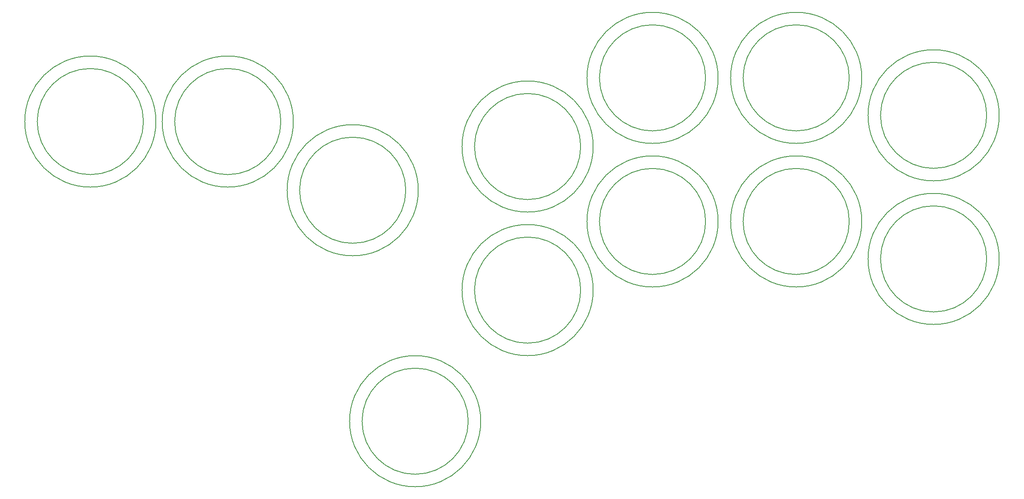
<source format=gbr>
%TF.GenerationSoftware,KiCad,Pcbnew,(6.0.4)*%
%TF.CreationDate,2022-06-27T13:40:26+01:00*%
%TF.ProjectId,MiniFighter Lite,4d696e69-4669-4676-9874-6572204c6974,rev?*%
%TF.SameCoordinates,Original*%
%TF.FileFunction,OtherDrawing,Comment*%
%FSLAX46Y46*%
G04 Gerber Fmt 4.6, Leading zero omitted, Abs format (unit mm)*
G04 Created by KiCad (PCBNEW (6.0.4)) date 2022-06-27 13:40:26*
%MOMM*%
%LPD*%
G01*
G04 APERTURE LIST*
%ADD10C,0.150000*%
G04 APERTURE END LIST*
D10*
X186055000Y-101600000D02*
G75*
G03*
X186055000Y-101600000I-13335000J0D01*
G01*
X329565000Y-129540000D02*
G75*
G03*
X329565000Y-129540000I-13335000J0D01*
G01*
X299085000Y-121920000D02*
G75*
G03*
X299085000Y-121920000I-10795000J0D01*
G01*
X327025000Y-129540000D02*
G75*
G03*
X327025000Y-129540000I-10795000J0D01*
G01*
X247015000Y-106680000D02*
G75*
G03*
X247015000Y-106680000I-13335000J0D01*
G01*
X247015000Y-135890000D02*
G75*
G03*
X247015000Y-135890000I-13335000J0D01*
G01*
X329565000Y-100330000D02*
G75*
G03*
X329565000Y-100330000I-13335000J0D01*
G01*
X208915000Y-115570000D02*
G75*
G03*
X208915000Y-115570000I-10795000J0D01*
G01*
X183515000Y-101600000D02*
G75*
G03*
X183515000Y-101600000I-10795000J0D01*
G01*
X272415000Y-92710000D02*
G75*
G03*
X272415000Y-92710000I-13335000J0D01*
G01*
X301625000Y-121920000D02*
G75*
G03*
X301625000Y-121920000I-13335000J0D01*
G01*
X272415000Y-121920000D02*
G75*
G03*
X272415000Y-121920000I-13335000J0D01*
G01*
X221615000Y-162560000D02*
G75*
G03*
X221615000Y-162560000I-10795000J0D01*
G01*
X158115000Y-101600000D02*
G75*
G03*
X158115000Y-101600000I-13335000J0D01*
G01*
X224155000Y-162560000D02*
G75*
G03*
X224155000Y-162560000I-13335000J0D01*
G01*
X327025000Y-100330000D02*
G75*
G03*
X327025000Y-100330000I-10795000J0D01*
G01*
X299085000Y-92710000D02*
G75*
G03*
X299085000Y-92710000I-10795000J0D01*
G01*
X211455000Y-115570000D02*
G75*
G03*
X211455000Y-115570000I-13335000J0D01*
G01*
X244475000Y-135890000D02*
G75*
G03*
X244475000Y-135890000I-10795000J0D01*
G01*
X155575000Y-101600000D02*
G75*
G03*
X155575000Y-101600000I-10795000J0D01*
G01*
X269875000Y-92710000D02*
G75*
G03*
X269875000Y-92710000I-10795000J0D01*
G01*
X301625000Y-92710000D02*
G75*
G03*
X301625000Y-92710000I-13335000J0D01*
G01*
X269875000Y-121920000D02*
G75*
G03*
X269875000Y-121920000I-10795000J0D01*
G01*
X244475000Y-106680000D02*
G75*
G03*
X244475000Y-106680000I-10795000J0D01*
G01*
M02*

</source>
